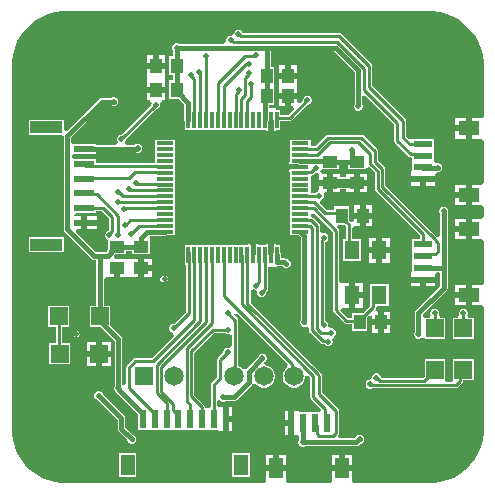
<source format=gbr>
%TF.GenerationSoftware,Altium Limited,Altium Designer,21.3.2 (30)*%
G04 Layer_Physical_Order=1*
G04 Layer_Color=255*
%FSLAX44Y44*%
%MOMM*%
%TF.SameCoordinates,DF9C5644-7730-4CB0-946D-AD2690A7FF42*%
%TF.FilePolarity,Positive*%
%TF.FileFunction,Copper,L1,Top,Signal*%
%TF.Part,Single*%
G01*
G75*
%TA.AperFunction,SMDPad,CuDef*%
%ADD10R,1.5000X1.5000*%
%ADD11R,1.3000X1.6000*%
%ADD12R,1.3000X1.0000*%
%ADD13R,0.3000X1.4750*%
%ADD14R,1.4750X0.3000*%
%ADD15R,1.5240X1.5240*%
%ADD16R,1.5000X1.5000*%
%ADD17R,2.7000X1.0000*%
%ADD18R,1.7000X0.6000*%
%ADD19R,1.2000X1.8000*%
%ADD20R,0.6000X1.5500*%
%ADD21R,0.6000X1.5500*%
%ADD22R,1.2000X1.8000*%
%ADD23R,1.8000X1.2000*%
%ADD24R,1.5500X0.6000*%
%ADD25R,1.0000X1.3000*%
%TA.AperFunction,Conductor*%
%ADD26C,0.2540*%
%ADD27C,0.3810*%
%ADD28C,0.7620*%
%TA.AperFunction,ComponentPad*%
%ADD29C,1.6500*%
%ADD30R,1.6500X1.6500*%
%TA.AperFunction,ViaPad*%
%ADD31C,5.9944*%
%ADD32C,0.5080*%
G36*
X924047Y960912D02*
X929836Y959361D01*
X935373Y957067D01*
X940563Y954070D01*
X945318Y950422D01*
X949556Y946184D01*
X953204Y941429D01*
X956201Y936239D01*
X958494Y930702D01*
X960046Y924913D01*
X960828Y918971D01*
Y915974D01*
Y873046D01*
X959610Y871010D01*
X958288Y871010D01*
X950610D01*
Y862470D01*
Y853930D01*
X958288D01*
X959610Y853930D01*
X960828Y851895D01*
Y817046D01*
X959610Y815010D01*
X958288Y815010D01*
X950610D01*
Y806470D01*
Y797930D01*
X958288D01*
X959610Y797930D01*
X960828Y795894D01*
Y787955D01*
X959610Y785920D01*
X958288Y785920D01*
X950610D01*
Y777380D01*
Y768840D01*
X958288D01*
X959610Y768840D01*
X960828Y766805D01*
Y731955D01*
X959610Y729920D01*
X958288Y729920D01*
X950610D01*
Y721380D01*
Y712840D01*
X958288D01*
X959610Y712840D01*
X960828Y710805D01*
Y607872D01*
Y604875D01*
X960046Y598933D01*
X958494Y593144D01*
X956201Y587607D01*
X953204Y582417D01*
X949556Y577662D01*
X945318Y573424D01*
X940563Y569776D01*
X935373Y566779D01*
X929836Y564485D01*
X924047Y562934D01*
X918105Y562152D01*
X851559D01*
X849420Y563120D01*
X849420Y564692D01*
Y572120D01*
X840880D01*
X832340D01*
Y564692D01*
X832340Y563120D01*
X830201Y562152D01*
X795559D01*
X793420Y563120D01*
X793420Y564692D01*
Y572120D01*
X784880D01*
X776340D01*
Y564692D01*
X776340Y563120D01*
X774201Y562152D01*
X604009D01*
X598067Y562934D01*
X592278Y564485D01*
X586741Y566779D01*
X581551Y569776D01*
X576796Y573424D01*
X572558Y577662D01*
X568910Y582417D01*
X565913Y587607D01*
X563619Y593144D01*
X562068Y598933D01*
X561286Y604875D01*
Y607872D01*
Y915974D01*
Y918971D01*
X562068Y924913D01*
X563619Y930702D01*
X565913Y936239D01*
X568910Y941429D01*
X572558Y946184D01*
X576796Y950422D01*
X581551Y954070D01*
X586741Y957067D01*
X592278Y959361D01*
X598067Y960912D01*
X604009Y961694D01*
X918105D01*
X924047Y960912D01*
D02*
G37*
%LPC*%
G36*
X753868Y946150D02*
X752352D01*
X750952Y945570D01*
X749880Y944498D01*
X749300Y943098D01*
X747754Y941245D01*
X746953Y941070D01*
X746092D01*
X744692Y940490D01*
X743620Y939418D01*
X743040Y938018D01*
Y936502D01*
X741266Y934147D01*
X703181D01*
X701798Y934720D01*
X700282D01*
X698882Y934140D01*
X697810Y933068D01*
X697230Y931668D01*
Y930152D01*
X697803Y928769D01*
Y923440D01*
X694770D01*
Y907900D01*
X697803D01*
Y903120D01*
X694770D01*
Y887580D01*
X702732D01*
X707455Y882857D01*
Y869902D01*
X707701Y868663D01*
X707922Y868333D01*
Y861257D01*
X776652D01*
Y859987D01*
X778152D01*
Y861256D01*
X778463D01*
Y868664D01*
X778801Y869171D01*
X778947Y869902D01*
X782921D01*
Y861256D01*
X783232D01*
Y859987D01*
X784732D01*
Y861257D01*
X788462D01*
Y869070D01*
X796730D01*
X797721Y869267D01*
X798561Y869829D01*
X811363Y882630D01*
X812268D01*
X813668Y883210D01*
X814740Y884282D01*
X815320Y885682D01*
Y887198D01*
X814740Y888598D01*
X813668Y889670D01*
X812268Y890250D01*
X810752D01*
X809352Y889670D01*
X808280Y888598D01*
X807700Y887198D01*
Y886292D01*
X805027Y883619D01*
X802680Y884591D01*
Y887630D01*
X797680D01*
Y881130D01*
X799219D01*
X800191Y878783D01*
X795657Y874250D01*
X788462D01*
Y878547D01*
X784732D01*
Y879817D01*
X779047D01*
Y882500D01*
X783510D01*
Y896620D01*
X783510Y898040D01*
X783510D01*
X783390Y899110D01*
X783390D01*
Y914650D01*
X780477D01*
Y927673D01*
X834319D01*
X851473Y910519D01*
Y883521D01*
X850900Y882138D01*
Y880622D01*
X851480Y879222D01*
X852552Y878150D01*
X853952Y877570D01*
X855468D01*
X856868Y878150D01*
X857940Y879222D01*
X858520Y880622D01*
Y882138D01*
X857947Y883521D01*
Y889938D01*
X860487Y890990D01*
X885140Y866337D01*
Y852170D01*
X885337Y851179D01*
X885899Y850339D01*
X897504Y838734D01*
X898344Y838172D01*
X899335Y837975D01*
X900300Y837010D01*
X900300Y834470D01*
X900300Y832660D01*
Y827024D01*
X899030Y825010D01*
X899030Y823186D01*
Y822010D01*
X909320D01*
X919610D01*
Y823435D01*
X921124Y825328D01*
X921947Y825500D01*
X922778D01*
X924178Y826080D01*
X925250Y827152D01*
X925830Y828552D01*
Y830068D01*
X925250Y831468D01*
X924178Y832540D01*
X922778Y833120D01*
X921262D01*
X920880Y832962D01*
X918340Y833740D01*
X918340Y836280D01*
Y843740D01*
X918340D01*
Y845200D01*
X918340D01*
Y853740D01*
X900300D01*
Y853740D01*
X897760Y853404D01*
X895400Y855764D01*
Y868680D01*
X895203Y869671D01*
X894641Y870511D01*
X866190Y898963D01*
Y915670D01*
X865993Y916661D01*
X865431Y917501D01*
X840031Y942901D01*
X839191Y943463D01*
X838200Y943660D01*
X756687D01*
X756340Y944498D01*
X755268Y945570D01*
X753868Y946150D01*
D02*
G37*
G36*
X690680Y924810D02*
X685680D01*
Y918310D01*
X690680D01*
Y924810D01*
D02*
G37*
G36*
X680600D02*
X675600D01*
Y918310D01*
X680600D01*
Y924810D01*
D02*
G37*
G36*
X802560Y915820D02*
X797560D01*
Y909320D01*
X802560D01*
Y915820D01*
D02*
G37*
G36*
X792480D02*
X787480D01*
Y909320D01*
X792480D01*
Y915820D01*
D02*
G37*
G36*
X690680Y913230D02*
X683140D01*
X675600D01*
Y907030D01*
X675600Y906730D01*
Y904490D01*
X675600Y904190D01*
Y897990D01*
X683140D01*
X690680D01*
Y904190D01*
X690680Y904490D01*
Y906730D01*
X690680Y907030D01*
Y913230D01*
D02*
G37*
G36*
X802560Y904240D02*
X795020D01*
X787480D01*
Y897740D01*
X787600D01*
Y892710D01*
X795140D01*
X802680D01*
Y899210D01*
X802560D01*
Y904240D01*
D02*
G37*
G36*
X690680Y892910D02*
X683140D01*
X675600D01*
Y886410D01*
X678154D01*
X678442Y886164D01*
X679641Y883870D01*
X679450Y883408D01*
Y882503D01*
X654197Y857250D01*
X653292D01*
X651892Y856670D01*
X650820Y855598D01*
X650240Y854198D01*
Y852682D01*
X650820Y851282D01*
X650865Y851237D01*
X649812Y848697D01*
X632320D01*
Y849370D01*
X614107D01*
X612780Y849370D01*
X611567Y851408D01*
Y854639D01*
X638881Y881953D01*
X645559D01*
X646942Y881380D01*
X648458D01*
X649858Y881960D01*
X650930Y883032D01*
X651510Y884432D01*
Y885948D01*
X650930Y887348D01*
X649858Y888420D01*
X648458Y889000D01*
X646942D01*
X645559Y888427D01*
X637540D01*
X636301Y888181D01*
X635251Y887479D01*
X607860Y860088D01*
X605320Y861140D01*
Y869870D01*
X575780D01*
Y857330D01*
X602771D01*
X605093Y855980D01*
X605093Y854790D01*
Y777240D01*
X605339Y776001D01*
X606041Y774951D01*
X628901Y752091D01*
X629951Y751389D01*
X631190Y751143D01*
X632753D01*
Y712350D01*
X627220D01*
Y694810D01*
X636372D01*
X648273Y682909D01*
Y644761D01*
X647700Y643378D01*
Y641862D01*
X648280Y640462D01*
X649352Y639390D01*
X649607Y639284D01*
X649707Y639135D01*
X668120Y620722D01*
Y607260D01*
X676660D01*
X676660Y607260D01*
X678120D01*
Y607260D01*
X679200Y607260D01*
X686660D01*
Y607260D01*
X688120D01*
Y607260D01*
X696660D01*
X696660Y607260D01*
X698120D01*
Y607260D01*
X699200Y607260D01*
X706660D01*
Y607260D01*
X708120D01*
Y607260D01*
X716660D01*
Y607260D01*
X718120D01*
Y607260D01*
X726660D01*
Y607260D01*
X728120D01*
Y607260D01*
X734836D01*
X736850Y605990D01*
X738674Y605990D01*
X739850D01*
Y616280D01*
Y626570D01*
X736850D01*
X734830Y627825D01*
Y631879D01*
X736490Y632559D01*
X737370Y632652D01*
X738252Y631770D01*
X739652Y631190D01*
X741168D01*
X742551Y631763D01*
X749300D01*
X750539Y632009D01*
X751589Y632711D01*
X764289Y645411D01*
X764612Y645894D01*
X765633Y646225D01*
X766583Y646323D01*
X767537Y646240D01*
X768855Y644922D01*
X771025Y643669D01*
X773447Y643020D01*
X775953D01*
X778375Y643669D01*
X780545Y644922D01*
X782318Y646695D01*
X783571Y648865D01*
X784220Y651287D01*
Y653793D01*
X783571Y656215D01*
X782318Y658385D01*
X780545Y660158D01*
X778375Y661411D01*
X775953Y662060D01*
X775640D01*
X775632Y662072D01*
X775129Y664600D01*
X775588Y664790D01*
X776660Y665862D01*
X777240Y667262D01*
Y668778D01*
X776660Y670178D01*
X775588Y671250D01*
X774188Y671830D01*
X772672D01*
X771272Y671250D01*
X770200Y670178D01*
X769627Y668795D01*
X759711Y658879D01*
X759633Y658763D01*
X757812Y658510D01*
X756883Y658540D01*
X756703Y658601D01*
X755145Y660158D01*
X753160Y661304D01*
Y699770D01*
X752963Y700761D01*
X752401Y701601D01*
X749551Y704451D01*
X749452Y705064D01*
X750579Y705815D01*
X752132Y705976D01*
X794738Y663370D01*
X794337Y660205D01*
X794255Y660158D01*
X792482Y658385D01*
X791229Y656215D01*
X790580Y653793D01*
Y651287D01*
X791229Y648865D01*
X792482Y646695D01*
X794255Y644922D01*
X796425Y643669D01*
X798847Y643020D01*
X801353D01*
X803775Y643669D01*
X805945Y644922D01*
X807718Y646695D01*
X808971Y648865D01*
X809620Y651287D01*
Y652515D01*
X812160Y653568D01*
X814020Y651707D01*
Y635000D01*
X814217Y634009D01*
X814779Y633169D01*
X823163Y624785D01*
X823230Y624430D01*
X821568Y622430D01*
X813610D01*
Y622430D01*
X812150D01*
Y622430D01*
X805434D01*
X803420Y623700D01*
X801596Y623700D01*
X800420D01*
Y613410D01*
Y603120D01*
X803420D01*
X804563Y601053D01*
Y599131D01*
X804490Y599058D01*
X803910Y597658D01*
Y596142D01*
X804490Y594742D01*
X805562Y593670D01*
X806962Y593090D01*
X808478D01*
X809861Y593663D01*
X852753D01*
X853991Y593909D01*
X855042Y594611D01*
X856061Y595630D01*
X856738D01*
X858138Y596210D01*
X859210Y597282D01*
X859790Y598682D01*
Y600198D01*
X859210Y601598D01*
X858138Y602670D01*
X856738Y603250D01*
X855222D01*
X853822Y602670D01*
X852750Y601598D01*
X852663Y601389D01*
X851412Y600137D01*
X838532D01*
X837480Y602677D01*
X837491Y602689D01*
X838053Y603529D01*
X838250Y604520D01*
Y623570D01*
X838053Y624561D01*
X837491Y625401D01*
X824280Y638613D01*
Y652780D01*
X824083Y653771D01*
X823521Y654611D01*
X822820Y655313D01*
X822813Y655349D01*
X822251Y656189D01*
X763400Y715041D01*
Y725534D01*
X765940Y726586D01*
X766252Y726274D01*
X767652Y725694D01*
X769010Y724048D01*
Y722532D01*
X769590Y721132D01*
X770662Y720060D01*
X772062Y719480D01*
X773578D01*
X774978Y720060D01*
X776050Y721132D01*
X776630Y722532D01*
Y723938D01*
X777547Y724855D01*
X778109Y725695D01*
X778306Y726686D01*
Y745227D01*
X784732D01*
Y745227D01*
X786040Y746308D01*
X790207D01*
X790433Y746081D01*
X790520Y745872D01*
X791592Y744800D01*
X792992Y744220D01*
X794508D01*
X795908Y744800D01*
X796980Y745872D01*
X797560Y747272D01*
Y748788D01*
X796980Y750188D01*
X795908Y751260D01*
X794508Y751840D01*
X793828D01*
X792786Y752536D01*
X791548Y752782D01*
X789047D01*
Y755650D01*
X788801Y756889D01*
X788462Y757396D01*
Y763787D01*
X784732D01*
Y765057D01*
X783232D01*
Y763788D01*
X782922D01*
Y757043D01*
X782819Y756889D01*
X782572Y755650D01*
Y755142D01*
X778463D01*
Y763788D01*
X778152D01*
Y765057D01*
X776652D01*
Y763787D01*
X769732D01*
Y765057D01*
X768232D01*
Y763788D01*
X767922D01*
Y755142D01*
X763463D01*
Y763788D01*
X763152D01*
Y765057D01*
X761652D01*
Y763787D01*
X707922D01*
Y746497D01*
X708610D01*
Y707193D01*
X698648Y697230D01*
X697742D01*
X696342Y696650D01*
X695270Y695578D01*
X694690Y694178D01*
Y692662D01*
X695270Y691262D01*
X696342Y690190D01*
X697742Y689610D01*
X698648Y687070D01*
X679647Y668070D01*
X665948D01*
X664957Y667873D01*
X664117Y667311D01*
X658551Y661745D01*
X657990Y660905D01*
X657792Y659914D01*
Y646306D01*
X657616Y646052D01*
X655252Y645148D01*
X654747Y645712D01*
Y684250D01*
X654501Y685489D01*
X653799Y686539D01*
X644760Y695578D01*
Y712350D01*
X639227D01*
Y735311D01*
X641200Y736680D01*
X647700D01*
Y744220D01*
X652780D01*
Y736680D01*
X658980D01*
X659280Y736680D01*
X661520D01*
X661820Y736680D01*
X668020D01*
Y744220D01*
Y751760D01*
X661820D01*
X661520Y751760D01*
X659280D01*
X658980Y751760D01*
X648809D01*
X647705Y754116D01*
X648867Y755850D01*
X658110D01*
Y758883D01*
X662890D01*
Y755850D01*
X678430D01*
Y768390D01*
X678430D01*
X678009Y770930D01*
X678593Y771717D01*
X690744D01*
X691983Y771963D01*
X692415Y772252D01*
X699457D01*
Y782252D01*
Y792252D01*
Y802252D01*
Y812252D01*
Y822252D01*
Y832252D01*
Y842252D01*
Y852792D01*
X682167D01*
Y842252D01*
Y833120D01*
X632320D01*
Y836870D01*
X612987D01*
X611838Y838850D01*
X612987Y840830D01*
X614107Y840830D01*
X632320D01*
Y842223D01*
X666748D01*
X667262Y842010D01*
X668778D01*
X670178Y842590D01*
X671250Y843662D01*
X671830Y845062D01*
Y846578D01*
X671250Y847978D01*
X670178Y849050D01*
X668778Y849630D01*
X667262D01*
X665862Y849050D01*
X665509Y848697D01*
X658288D01*
X657235Y851237D01*
X657280Y851282D01*
X657860Y852682D01*
Y853587D01*
X683112Y878840D01*
X684018D01*
X685418Y879420D01*
X686490Y880492D01*
X687070Y881892D01*
Y883408D01*
X686879Y883870D01*
X688078Y886164D01*
X688366Y886410D01*
X690680D01*
Y892910D01*
D02*
G37*
G36*
X792600Y887630D02*
X787600D01*
Y881130D01*
X792600D01*
Y887630D01*
D02*
G37*
G36*
X945530Y871010D02*
X936530D01*
Y865010D01*
X945530D01*
Y871010D01*
D02*
G37*
G36*
Y859930D02*
X936530D01*
Y853930D01*
X945530D01*
Y859930D01*
D02*
G37*
G36*
X857250Y857300D02*
X829002D01*
X828011Y857103D01*
X827171Y856541D01*
X818277Y847648D01*
X814217D01*
Y852792D01*
X796927D01*
Y842252D01*
Y834062D01*
X795657D01*
Y832562D01*
X796926D01*
Y832252D01*
X804003D01*
X804333Y832031D01*
X805572Y831784D01*
Y827793D01*
X796926D01*
Y827482D01*
X795657D01*
Y825982D01*
X796927D01*
Y812252D01*
Y802252D01*
Y792252D01*
Y782252D01*
Y772252D01*
X803764D01*
X805753Y770263D01*
Y700641D01*
X805180Y699258D01*
Y697742D01*
X805760Y696342D01*
X806832Y695270D01*
X808232Y694690D01*
X809748D01*
X810475Y694991D01*
X812424Y694092D01*
X813015Y693545D01*
Y691487D01*
X813212Y690496D01*
X813774Y689655D01*
X822699Y680730D01*
X823539Y680169D01*
X824530Y679971D01*
X825882D01*
X825905Y679917D01*
X826976Y678845D01*
X828377Y678265D01*
X829892D01*
X831293Y678845D01*
X832365Y679917D01*
X832944Y681317D01*
Y682833D01*
X832744Y683316D01*
X832671Y684659D01*
X833868Y686322D01*
X834008Y686380D01*
X835080Y687452D01*
X835660Y688852D01*
Y690368D01*
X835080Y691768D01*
X834008Y692840D01*
X832608Y693420D01*
X831321D01*
X830255Y694365D01*
X829310Y695431D01*
Y696718D01*
X828730Y698118D01*
X827658Y699190D01*
X826566Y699642D01*
Y766283D01*
X827769Y766781D01*
X828841Y767853D01*
X829421Y769253D01*
Y770769D01*
X828841Y772169D01*
X827769Y773241D01*
X826369Y773821D01*
X824854D01*
X824545Y773693D01*
X822094Y775062D01*
X822005Y775181D01*
Y780277D01*
X821808Y781268D01*
X821246Y782108D01*
X816544Y786811D01*
X815704Y787372D01*
X814713Y787569D01*
X814217D01*
Y790158D01*
X816757Y791210D01*
X833070Y774897D01*
Y708660D01*
X833267Y707669D01*
X833829Y706829D01*
X842719Y697939D01*
X843559Y697377D01*
X844550Y697180D01*
X849710D01*
Y690730D01*
X862250D01*
Y702607D01*
X863993Y704351D01*
X866340Y703379D01*
Y700940D01*
X871340D01*
Y707440D01*
X870274D01*
X869540Y709757D01*
X870719Y712140D01*
X880330D01*
Y730680D01*
X864790D01*
Y716430D01*
X864740Y716180D01*
Y712423D01*
X858587Y706270D01*
X849710D01*
Y702360D01*
X845623D01*
X839039Y708943D01*
X840705Y710870D01*
X847020D01*
Y721410D01*
Y731950D01*
X840790D01*
X840520Y731950D01*
X838250Y732601D01*
Y775970D01*
X838053Y776961D01*
X837491Y777801D01*
X836833Y778460D01*
X837885Y781000D01*
X843457D01*
X844310Y780147D01*
Y768680D01*
X841790D01*
Y750140D01*
X857330D01*
Y768680D01*
X849490D01*
Y777707D01*
X850980Y779630D01*
X852030Y779630D01*
X855980D01*
Y786130D01*
X850980D01*
Y784310D01*
X848783Y783430D01*
X846890Y785143D01*
Y796540D01*
X834350D01*
Y793800D01*
X827268D01*
X822063Y799005D01*
X822136Y799891D01*
X822868Y801792D01*
X823673Y802125D01*
X824745Y803197D01*
X825325Y804597D01*
Y806113D01*
X825202Y806410D01*
X826582Y808870D01*
X826690Y808950D01*
X827940D01*
Y813950D01*
X821440D01*
Y811457D01*
X820757Y809165D01*
X819357Y808585D01*
X818288Y807516D01*
X814217D01*
Y812252D01*
Y822633D01*
X814555D01*
X815546Y822830D01*
X816386Y823391D01*
X817607Y824612D01*
X820429Y824395D01*
X820442Y824393D01*
X821440Y823250D01*
X821440Y822130D01*
Y822130D01*
X821440Y822061D01*
Y819030D01*
X827940D01*
Y824030D01*
X823657D01*
X823653Y824030D01*
X823653D01*
X823520D01*
X822420Y826405D01*
X823565Y828120D01*
X838350D01*
Y831153D01*
X845670D01*
Y828120D01*
X861210D01*
Y829264D01*
X863750Y830269D01*
X868630Y825389D01*
Y811530D01*
X868827Y810539D01*
X869389Y809699D01*
X906730Y772357D01*
Y768650D01*
X900300D01*
Y760110D01*
X900300Y760110D01*
Y758650D01*
X900300D01*
X900300Y757570D01*
Y750110D01*
X900300D01*
Y748650D01*
X900300D01*
Y741934D01*
X899030Y739920D01*
X899030Y738096D01*
Y736920D01*
X909320D01*
X919610D01*
Y739317D01*
X921779Y740815D01*
X923863Y740197D01*
Y729051D01*
X903221Y708409D01*
X902519Y707359D01*
X902273Y706120D01*
Y690481D01*
X901700Y689098D01*
Y687582D01*
X902280Y686182D01*
X903352Y685110D01*
X904752Y684530D01*
X906268D01*
X907668Y685110D01*
X908170Y685612D01*
X910710Y684806D01*
Y684370D01*
X928250D01*
Y701910D01*
X924250D01*
X923631Y702735D01*
X922912Y704450D01*
X923290Y705362D01*
Y706878D01*
X922710Y708278D01*
X921638Y709350D01*
X920238Y709930D01*
X918722D01*
X917322Y709350D01*
X916250Y708278D01*
X915670Y706878D01*
Y705362D01*
X916048Y704450D01*
X915329Y702735D01*
X914710Y701910D01*
X911287D01*
X910710Y701910D01*
X909694Y702631D01*
X909505Y705537D01*
X929389Y725421D01*
X930091Y726471D01*
X930337Y727710D01*
Y744220D01*
Y790339D01*
X930910Y791722D01*
Y793238D01*
X930330Y794638D01*
X929258Y795710D01*
X927858Y796290D01*
X926342D01*
X924942Y795710D01*
X923870Y794638D01*
X923290Y793238D01*
Y791722D01*
X923863Y790339D01*
Y771307D01*
X921829Y770511D01*
X921323Y770478D01*
X877620Y814181D01*
Y828040D01*
X877423Y829031D01*
X876861Y829871D01*
X871270Y835463D01*
Y843280D01*
X871073Y844271D01*
X870511Y845111D01*
X859081Y856541D01*
X858241Y857103D01*
X857250Y857300D01*
D02*
G37*
G36*
X862380Y824030D02*
X855880D01*
Y819030D01*
X862380D01*
Y824030D01*
D02*
G37*
G36*
X919610Y816930D02*
X911860D01*
Y813930D01*
X919610D01*
Y816930D01*
D02*
G37*
G36*
X906780D02*
X899030D01*
Y813930D01*
X906780D01*
Y816930D01*
D02*
G37*
G36*
X945530Y815010D02*
X936530D01*
Y809010D01*
X945530D01*
Y815010D01*
D02*
G37*
G36*
X862380Y813950D02*
X855880D01*
Y808950D01*
X862380D01*
Y813950D01*
D02*
G37*
G36*
X833020Y824030D02*
Y816490D01*
Y808950D01*
X839520D01*
Y811431D01*
X844300D01*
Y808950D01*
X850800D01*
Y816490D01*
Y824030D01*
X844300D01*
Y821789D01*
X839520D01*
Y824030D01*
X833020D01*
D02*
G37*
G36*
X945530Y803930D02*
X936530D01*
Y797930D01*
X945530D01*
Y803930D01*
D02*
G37*
G36*
X866060Y797710D02*
X861060D01*
Y791210D01*
X866060D01*
Y797710D01*
D02*
G37*
G36*
X855980D02*
X850980D01*
Y791210D01*
X855980D01*
Y797710D01*
D02*
G37*
G36*
X945530Y785920D02*
X936530D01*
Y779920D01*
X945530D01*
Y785920D01*
D02*
G37*
G36*
X866060Y786130D02*
X861060D01*
Y779630D01*
X866060D01*
Y786130D01*
D02*
G37*
G36*
X945530Y774840D02*
X936530D01*
Y768840D01*
X945530D01*
Y774840D01*
D02*
G37*
G36*
X881600Y769950D02*
X875100D01*
Y761950D01*
X881600D01*
Y769950D01*
D02*
G37*
G36*
X870020D02*
X863520D01*
Y761950D01*
X870020D01*
Y769950D01*
D02*
G37*
G36*
X605320Y770370D02*
X575780D01*
Y757830D01*
X605320D01*
Y770370D01*
D02*
G37*
G36*
X881600Y756870D02*
X875100D01*
Y748870D01*
X881600D01*
Y756870D01*
D02*
G37*
G36*
X870020D02*
X863520D01*
Y748870D01*
X870020D01*
Y756870D01*
D02*
G37*
G36*
X673100Y751760D02*
Y746760D01*
X679600D01*
Y751760D01*
X673100D01*
D02*
G37*
G36*
X679600Y741680D02*
X673100D01*
Y736680D01*
X679600D01*
Y741680D01*
D02*
G37*
G36*
X690880Y737920D02*
X689889Y737723D01*
X689457Y737434D01*
X689124D01*
X688133Y737237D01*
X687293Y736675D01*
X686731Y735835D01*
X686534Y734844D01*
X686731Y733853D01*
X687293Y733013D01*
X688133Y732451D01*
X689124Y732254D01*
X690394D01*
X691385Y732451D01*
X692225Y733013D01*
X692711Y733499D01*
X693273Y734339D01*
X693470Y735330D01*
X693273Y736321D01*
X692711Y737161D01*
X691871Y737723D01*
X690880Y737920D01*
D02*
G37*
G36*
X919610Y731840D02*
X911860D01*
Y728840D01*
X919610D01*
Y731840D01*
D02*
G37*
G36*
X906780D02*
X899030D01*
Y728840D01*
X906780D01*
Y731840D01*
D02*
G37*
G36*
X852100Y731950D02*
Y723950D01*
X858600D01*
Y731950D01*
X852100D01*
D02*
G37*
G36*
X945530Y729920D02*
X936530D01*
Y723920D01*
X945530D01*
Y729920D01*
D02*
G37*
G36*
Y718840D02*
X936530D01*
Y712840D01*
X945530D01*
Y718840D01*
D02*
G37*
G36*
X858600Y718870D02*
X852100D01*
Y710870D01*
X858600D01*
Y718870D01*
D02*
G37*
G36*
X881420Y707440D02*
X876420D01*
Y700940D01*
X881420D01*
Y707440D01*
D02*
G37*
G36*
Y695860D02*
X876420D01*
Y689360D01*
X881420D01*
Y695860D01*
D02*
G37*
G36*
X871340D02*
X866340D01*
Y689360D01*
X871340D01*
Y695860D01*
D02*
G37*
G36*
X616168Y690930D02*
X615950D01*
X614959Y690733D01*
X614119Y690171D01*
X613557Y689331D01*
X613360Y688340D01*
X613557Y687349D01*
X614119Y686509D01*
X614959Y685947D01*
X615950Y685750D01*
X616168D01*
X617159Y685947D01*
X617999Y686509D01*
X618560Y687349D01*
X618758Y688340D01*
X618560Y689331D01*
X617999Y690171D01*
X617159Y690733D01*
X616168Y690930D01*
D02*
G37*
G36*
X944368Y709930D02*
X942852D01*
X941452Y709350D01*
X940380Y708278D01*
X939800Y706878D01*
Y705362D01*
X940178Y704450D01*
X939459Y702735D01*
X938840Y701910D01*
X934840D01*
Y684370D01*
X952380D01*
Y701910D01*
X948380D01*
X947761Y702735D01*
X947042Y704450D01*
X947420Y705362D01*
Y706878D01*
X946840Y708278D01*
X945768Y709350D01*
X944368Y709930D01*
D02*
G37*
G36*
X645160Y681990D02*
X637540D01*
Y674370D01*
X645160D01*
Y681990D01*
D02*
G37*
G36*
X632460D02*
X624840D01*
Y674370D01*
X632460D01*
Y681990D01*
D02*
G37*
G36*
X609760Y712350D02*
X592220D01*
Y694810D01*
X598400D01*
Y680720D01*
X593090D01*
Y662940D01*
X610870D01*
Y680720D01*
X603580D01*
Y694810D01*
X609760D01*
Y712350D01*
D02*
G37*
G36*
X645160Y669290D02*
X637540D01*
Y661670D01*
X645160D01*
Y669290D01*
D02*
G37*
G36*
X632460D02*
X624840D01*
Y661670D01*
X632460D01*
Y669290D01*
D02*
G37*
G36*
X952380Y666910D02*
X934840D01*
Y649370D01*
X932971Y647750D01*
X930119D01*
X928250Y649370D01*
Y666910D01*
X910710D01*
Y653033D01*
X909237Y651560D01*
X874250D01*
X873760Y652050D01*
Y652268D01*
X873180Y653668D01*
X872108Y654740D01*
X870708Y655320D01*
X869192D01*
X867792Y654740D01*
X866720Y653668D01*
X866140Y652268D01*
X865533Y650539D01*
X863804Y649932D01*
X862404Y649352D01*
X861332Y648280D01*
X860752Y646880D01*
Y645364D01*
X861332Y643964D01*
X862404Y642892D01*
X863804Y642312D01*
X865320D01*
X866390Y642755D01*
X867320Y642570D01*
X937260D01*
X938251Y642767D01*
X939091Y643329D01*
X942901Y647139D01*
X943463Y647979D01*
X943660Y648970D01*
Y649370D01*
X952380D01*
Y666910D01*
D02*
G37*
G36*
X744930Y626570D02*
Y618820D01*
X747930D01*
Y626570D01*
X744930D01*
D02*
G37*
G36*
X795340Y623700D02*
X792340D01*
Y615950D01*
X795340D01*
Y623700D01*
D02*
G37*
G36*
X747930Y613740D02*
X744930D01*
Y605990D01*
X747930D01*
Y613740D01*
D02*
G37*
G36*
X795340Y610870D02*
X792340D01*
Y603120D01*
X795340D01*
Y610870D01*
D02*
G37*
G36*
X635758Y640080D02*
X634242D01*
X632842Y639500D01*
X631770Y638428D01*
X631190Y637028D01*
Y635512D01*
X631770Y634112D01*
X632842Y633040D01*
X634225Y632467D01*
X650813Y615879D01*
Y608330D01*
X651059Y607091D01*
X651761Y606041D01*
X659137Y598665D01*
X659710Y597282D01*
X660782Y596210D01*
X662182Y595630D01*
X663698D01*
X665098Y596210D01*
X666170Y597282D01*
X666750Y598682D01*
Y600198D01*
X666170Y601598D01*
X665098Y602670D01*
X663715Y603243D01*
X657287Y609671D01*
Y617220D01*
X657041Y618459D01*
X656339Y619509D01*
X638803Y637045D01*
X638230Y638428D01*
X637158Y639500D01*
X635758Y640080D01*
D02*
G37*
G36*
X849420Y586200D02*
X843420D01*
Y577200D01*
X849420D01*
Y586200D01*
D02*
G37*
G36*
X793420D02*
X787420D01*
Y577200D01*
X793420D01*
Y586200D01*
D02*
G37*
G36*
X838340D02*
X832340D01*
Y577200D01*
X838340D01*
Y586200D01*
D02*
G37*
G36*
X782340D02*
X776340D01*
Y577200D01*
X782340D01*
Y586200D01*
D02*
G37*
G36*
X762660Y587790D02*
X748120D01*
Y567250D01*
X762660D01*
Y587790D01*
D02*
G37*
G36*
X666660D02*
X652120D01*
Y567250D01*
X666660D01*
Y587790D01*
D02*
G37*
%LPD*%
G36*
X643840Y786327D02*
Y777257D01*
X643374Y776791D01*
X642812Y775951D01*
X642793Y775850D01*
X641778Y775430D01*
X640706Y774358D01*
X640126Y772958D01*
Y771442D01*
X640706Y770042D01*
X641388Y769360D01*
X642570Y767195D01*
X642570Y767195D01*
Y760303D01*
X642119Y759629D01*
X641873Y758390D01*
Y758231D01*
X641259Y757617D01*
X632531D01*
X615435Y774713D01*
X616407Y777060D01*
X620010D01*
Y782600D01*
Y788140D01*
X614135D01*
X614049Y788290D01*
X615527Y790830D01*
X632320D01*
Y792510D01*
X637657D01*
X643840Y786327D01*
D02*
G37*
G36*
X742062Y688920D02*
X743462Y688340D01*
X744978D01*
X745440Y688531D01*
X747734Y687332D01*
X747980Y687044D01*
Y678206D01*
X747734Y677918D01*
X745440Y676719D01*
X744978Y676910D01*
X743462D01*
X742062Y676330D01*
X740990Y675258D01*
X740410Y673858D01*
Y672952D01*
X736039Y668581D01*
X735477Y667741D01*
X735280Y666750D01*
Y652323D01*
X730409Y647452D01*
X729847Y646612D01*
X729650Y645621D01*
Y627206D01*
X728428Y625684D01*
X725890Y626036D01*
X724841Y627040D01*
X724781Y627343D01*
X724219Y628183D01*
X723191Y629211D01*
X723191Y629211D01*
X715700Y636703D01*
Y672667D01*
X732593Y689560D01*
X741422D01*
X742062Y688920D01*
D02*
G37*
%LPC*%
G36*
X633590Y788140D02*
X625090D01*
Y785140D01*
X633590D01*
Y788140D01*
D02*
G37*
G36*
Y780060D02*
X625090D01*
Y777060D01*
X633590D01*
Y780060D01*
D02*
G37*
%LPD*%
D10*
X943610Y693140D02*
D03*
Y658140D02*
D03*
X919480Y693140D02*
D03*
Y658140D02*
D03*
D11*
X849560Y721410D02*
D03*
Y759410D02*
D03*
X872560D02*
D03*
Y721410D02*
D03*
D12*
X853340Y816490D02*
D03*
X853440Y834390D02*
D03*
X830580D02*
D03*
X830480Y816490D02*
D03*
X650340Y762120D02*
D03*
X650240Y744220D02*
D03*
X670660Y762120D02*
D03*
X670560Y744220D02*
D03*
D13*
X785692Y755142D02*
D03*
X780692D02*
D03*
X775692D02*
D03*
X770692D02*
D03*
X765692D02*
D03*
X760692D02*
D03*
X755692D02*
D03*
X750692D02*
D03*
X745692D02*
D03*
X740692D02*
D03*
X735692D02*
D03*
X730692D02*
D03*
X725692D02*
D03*
X720692D02*
D03*
X715692D02*
D03*
X710692D02*
D03*
Y869902D02*
D03*
X715692D02*
D03*
X720692D02*
D03*
X725692D02*
D03*
X730692D02*
D03*
X735692D02*
D03*
X740692D02*
D03*
X745692D02*
D03*
X750692D02*
D03*
X755692D02*
D03*
X760692D02*
D03*
X765692D02*
D03*
X770692D02*
D03*
X775692D02*
D03*
X780692D02*
D03*
X785692D02*
D03*
D14*
X690812Y775022D02*
D03*
Y780022D02*
D03*
Y785022D02*
D03*
Y790022D02*
D03*
Y795022D02*
D03*
Y800022D02*
D03*
Y805022D02*
D03*
Y810022D02*
D03*
Y815022D02*
D03*
Y820022D02*
D03*
Y825022D02*
D03*
Y830022D02*
D03*
Y835022D02*
D03*
Y840022D02*
D03*
Y845022D02*
D03*
Y850022D02*
D03*
X805572D02*
D03*
Y845022D02*
D03*
Y840022D02*
D03*
Y835022D02*
D03*
Y830022D02*
D03*
Y825022D02*
D03*
Y820022D02*
D03*
Y815022D02*
D03*
Y810022D02*
D03*
Y805022D02*
D03*
Y800022D02*
D03*
Y795022D02*
D03*
Y790022D02*
D03*
Y785022D02*
D03*
Y780022D02*
D03*
Y775022D02*
D03*
D15*
X601980Y671830D02*
D03*
X635000D02*
D03*
D16*
X635990Y703580D02*
D03*
X600990D02*
D03*
D17*
X590550Y863600D02*
D03*
Y764100D02*
D03*
D18*
X622550Y845100D02*
D03*
Y832600D02*
D03*
Y820100D02*
D03*
Y807600D02*
D03*
Y795100D02*
D03*
Y782600D02*
D03*
D19*
X840880Y574660D02*
D03*
X784880D02*
D03*
D20*
X797880Y613410D02*
D03*
X807880D02*
D03*
X817880D02*
D03*
X827880D02*
D03*
D21*
X672390Y616280D02*
D03*
X682390D02*
D03*
X692390D02*
D03*
X702390D02*
D03*
X712390D02*
D03*
X722390D02*
D03*
X732390D02*
D03*
X742390D02*
D03*
D22*
X659390Y577520D02*
D03*
X755390D02*
D03*
D23*
X948070Y777380D02*
D03*
Y721380D02*
D03*
Y862470D02*
D03*
Y806470D02*
D03*
D24*
X909320Y734380D02*
D03*
Y744380D02*
D03*
Y754380D02*
D03*
Y764380D02*
D03*
Y819470D02*
D03*
Y829470D02*
D03*
Y839470D02*
D03*
Y849470D02*
D03*
D25*
X855980Y698500D02*
D03*
X873880Y698400D02*
D03*
X840620Y788770D02*
D03*
X858520Y788670D02*
D03*
X701040Y915670D02*
D03*
X683140Y915770D02*
D03*
X701040Y895350D02*
D03*
X683140Y895450D02*
D03*
X777120Y906880D02*
D03*
X795020Y906780D02*
D03*
X777240Y890270D02*
D03*
X795140Y890170D02*
D03*
D26*
X715692Y869902D02*
Y904320D01*
X712724Y907288D02*
X715692Y904320D01*
X712724Y907288D02*
Y907542D01*
X764032Y889326D02*
Y900176D01*
X760730Y886024D02*
X764032Y889326D01*
X762000Y908379D02*
Y909066D01*
X758444Y904823D02*
X762000Y908379D01*
X758444Y890524D02*
Y904823D01*
X762022Y916962D02*
X762508Y917448D01*
X759482Y916962D02*
X762022D01*
X740692Y898172D02*
X759482Y916962D01*
X755650Y887730D02*
X758444Y890524D01*
X662432Y773176D02*
X669278Y780022D01*
X690812D01*
X661757Y785022D02*
X690812D01*
X657098Y781050D02*
X657785D01*
X661757Y785022D01*
X772820Y723791D02*
X775716Y726686D01*
Y757127D01*
X770636Y732418D02*
Y757190D01*
X768410Y730192D02*
X770636Y732418D01*
X815605Y691487D02*
X824530Y682561D01*
X815605Y691487D02*
Y778547D01*
X819415Y693065D02*
Y780277D01*
Y693065D02*
X822870Y689610D01*
X823976Y767689D02*
X825611Y769324D01*
X823976Y698171D02*
Y767689D01*
Y698171D02*
X825500Y696647D01*
X805572Y785022D02*
X805615Y784979D01*
X814713D02*
X819415Y780277D01*
X805615Y784979D02*
X814713D01*
X805802Y794792D02*
X812881D01*
X812907Y794766D01*
X816864D02*
X835660Y775970D01*
X812907Y794766D02*
X816864D01*
X805572Y795022D02*
X805802Y794792D01*
X817305Y800100D02*
X826195Y791210D01*
X805572Y800022D02*
X805650Y800100D01*
X817305D01*
X805572Y805022D02*
X805668Y804926D01*
X821086D02*
X821515Y805355D01*
X805668Y804926D02*
X821086D01*
X818411Y829079D02*
X818919D01*
X814555Y825223D02*
X818411Y829079D01*
X805572Y825022D02*
X805773Y825223D01*
X814555D01*
X805572Y840022D02*
X805616Y839978D01*
X819658D02*
X830580Y850900D01*
X805616Y839978D02*
X819658D01*
X819350Y845058D02*
X829002Y854710D01*
X805572Y845022D02*
X805608Y845058D01*
X819350D01*
X760730Y871309D02*
Y886024D01*
X753364Y894409D02*
Y895096D01*
X750692Y869902D02*
Y891737D01*
X753364Y894409D01*
X755650Y871964D02*
Y887730D01*
X740692Y869902D02*
Y898172D01*
X735692Y869902D02*
Y900792D01*
X725424Y924052D02*
X725692Y923784D01*
Y869902D02*
Y923784D01*
X720462Y870132D02*
X720692Y869902D01*
X720090Y910590D02*
X720462Y910218D01*
Y870132D02*
Y910218D01*
X772820Y723290D02*
Y723791D01*
X768410Y729504D02*
Y730192D01*
X698500Y693420D02*
X711200Y706120D01*
Y757481D01*
X787060Y871660D02*
X796730D01*
X811510Y886440D01*
X822870Y689610D02*
X831850D01*
X805920Y780300D02*
X813852D01*
X824530Y682561D02*
X828649D01*
X829135Y682075D01*
X813852Y780300D02*
X815605Y778547D01*
X631268Y830530D02*
X690930D01*
X630928Y830870D02*
X631268Y830530D01*
X660400Y820420D02*
X665480Y825500D01*
X690900D02*
X690930Y825530D01*
X665480Y825500D02*
X690900D01*
X622550Y832600D02*
X624280Y830870D01*
X630928D01*
X622870Y820420D02*
X660400D01*
X622550Y820100D02*
X622870Y820420D01*
X651510Y808990D02*
X652197D01*
X655657Y805530D01*
X690930D01*
X666750Y816610D02*
X667437D01*
X668517Y815530D01*
X690930D01*
X660468Y810530D02*
X690930D01*
X660114Y810883D02*
X660468Y810530D01*
X651333Y800570D02*
X651353Y800550D01*
X690910D01*
X690930Y800530D01*
X864870Y832812D02*
X871220Y826462D01*
Y811530D02*
Y826462D01*
X864870Y832812D02*
Y840740D01*
X868680Y834390D02*
Y843280D01*
X875030Y813108D02*
Y828040D01*
X868680Y834390D02*
X875030Y828040D01*
X857250Y854710D02*
X868680Y843280D01*
X829002Y854710D02*
X857250D01*
X854710Y850900D02*
X864870Y840740D01*
X830580Y850900D02*
X854710D01*
X853220Y816610D02*
X853340Y816490D01*
X830480D02*
X830600Y816610D01*
X871220Y811530D02*
X909320Y773430D01*
Y764380D02*
Y773430D01*
X919610Y768220D02*
Y768528D01*
X875030Y813108D02*
X919610Y768528D01*
Y768220D02*
X922020Y765810D01*
Y758190D02*
Y765810D01*
X819599Y604071D02*
X821690Y601980D01*
X833120D02*
X835660Y604520D01*
X821690Y601980D02*
X833120D01*
X767864Y924074D02*
X768350Y924560D01*
X758974Y924074D02*
X767864D01*
X735692Y900792D02*
X758974Y924074D01*
X646430Y776184D02*
Y787400D01*
X645205Y774960D02*
X646430Y776184D01*
X643936Y772200D02*
Y772887D01*
X645205Y774156D01*
X638730Y795100D02*
X646430Y787400D01*
X645205Y774156D02*
Y774960D01*
X622550Y795100D02*
X638730D01*
X651555Y772329D02*
Y788625D01*
X633372Y806808D02*
X651555Y788625D01*
X622550Y807600D02*
X623342Y806808D01*
X633372D01*
X658627Y795530D02*
X690930D01*
X656590Y794180D02*
X657277D01*
X658627Y795530D01*
X680720Y665480D02*
X715810Y700570D01*
X665948Y665480D02*
X680720D01*
X660382Y659914D02*
X665948Y665480D01*
X660382Y643038D02*
X682390Y621030D01*
X660382Y643038D02*
Y659914D01*
X715810Y700570D02*
Y755650D01*
X615950Y688340D02*
X616168D01*
X689124Y734844D02*
X690394D01*
X690880Y735330D01*
X713110Y635630D02*
Y673740D01*
X731520Y692150D02*
X744220D01*
X713110Y673740D02*
X731520Y692150D01*
X709290Y652540D02*
Y676270D01*
X730810Y697790D02*
Y755650D01*
X709290Y676270D02*
X730810Y697790D01*
X760810Y713968D02*
X820420Y654358D01*
X821690Y637540D02*
Y652780D01*
X760810Y713968D02*
Y755650D01*
X820420Y654050D02*
X821690Y652780D01*
X820420Y654050D02*
Y654358D01*
X755810Y713580D02*
Y755650D01*
X816610Y635000D02*
Y652780D01*
X755810Y713580D02*
X816610Y652780D01*
X866844Y645636D02*
X867320Y645160D01*
X864562Y646122D02*
X865048Y645636D01*
X866844D01*
X867320Y645160D02*
X937260D01*
X873177Y648970D02*
X910310D01*
X870637Y651510D02*
X873177Y648970D01*
X869950Y651510D02*
X870637D01*
X825500Y695960D02*
Y696647D01*
X825611Y769324D02*
Y770011D01*
X835660Y708660D02*
X844550Y699770D01*
X835660Y708660D02*
Y775970D01*
X846900Y762070D02*
X849560Y759410D01*
X943610Y693140D02*
Y706120D01*
X919480Y693140D02*
Y706120D01*
X910310Y648970D02*
X919480Y658140D01*
X937260Y645160D02*
X941070Y648970D01*
X855980Y698500D02*
Y699770D01*
X854710D02*
X855230Y699250D01*
X855980Y699770D02*
Y700000D01*
X867330Y716180D02*
X872560Y721410D01*
X855980Y700000D02*
X867330Y711350D01*
Y716180D01*
X844550Y699770D02*
X854710D01*
X654050Y853440D02*
X683260Y882650D01*
X844580Y783540D02*
X846900Y781220D01*
Y762070D02*
Y781220D01*
X844350Y783540D02*
X844580D01*
X840620Y787270D02*
X844350Y783540D01*
X840620Y787270D02*
Y788770D01*
X826195Y791210D02*
X839470D01*
X753110Y942340D02*
X753797D01*
X838200Y941070D02*
X863600Y915670D01*
X753797Y942340D02*
X755067Y941070D01*
X838200D01*
X748808Y935990D02*
X836930D01*
X859790Y913130D01*
X746850Y937260D02*
X747538D01*
X748808Y935990D01*
X859790Y895350D02*
Y913130D01*
X863600Y897890D02*
Y915670D01*
X909320Y849470D02*
X909320Y849470D01*
X898031Y849470D02*
X909320D01*
X892810Y854691D02*
X898031Y849470D01*
X892810Y854691D02*
Y868680D01*
X887730Y852170D02*
X899335Y840565D01*
X887730Y852170D02*
Y867410D01*
X899335Y840565D02*
X908225D01*
X909320Y839470D01*
X863600Y897890D02*
X892810Y868680D01*
X859790Y895350D02*
X887730Y867410D01*
X744220Y706120D02*
X750570Y699770D01*
Y653810D02*
Y699770D01*
X749300Y652540D02*
X750570Y653810D01*
X740810Y720960D02*
Y755650D01*
Y720960D02*
X798677Y663093D01*
Y653963D02*
X800100Y652540D01*
X798677Y653963D02*
Y663093D01*
X821690Y637540D02*
X835660Y623570D01*
X816610Y635000D02*
X826770Y624840D01*
X725810Y698832D02*
Y755650D01*
X687700Y660722D02*
X725810Y698832D01*
X683890Y662300D02*
X720810Y699220D01*
Y755650D01*
X737870Y666750D02*
X744220Y673100D01*
X732240Y645621D02*
X737870Y651251D01*
Y666750D01*
X732240Y616430D02*
Y645621D01*
X713110Y635630D02*
X721360Y627380D01*
X709290Y631636D02*
X712390Y628536D01*
Y616280D02*
X712390Y616280D01*
X709290Y631636D02*
Y652540D01*
X712390Y616280D02*
Y628536D01*
X722388Y616282D02*
X722390Y616280D01*
X722388Y616282D02*
Y626352D01*
X721360Y627380D02*
X722388Y626352D01*
X721360Y627380D02*
Y627380D01*
X709290Y652540D02*
X709290Y652540D01*
X687700Y639758D02*
Y660722D01*
X683890Y638180D02*
Y662300D01*
Y638180D02*
X692390Y629680D01*
X687700Y639758D02*
X697930Y629528D01*
Y624248D02*
Y629528D01*
Y624248D02*
X699418Y622760D01*
X700660D01*
X702390Y621030D01*
Y616280D02*
Y621030D01*
X692390Y616280D02*
Y629680D01*
X682390Y616280D02*
Y621030D01*
X911050Y756110D02*
X919940D01*
X922020Y758190D01*
X909320Y754380D02*
X911050Y756110D01*
X941070Y648970D02*
Y655600D01*
X943610Y658140D01*
X819599Y604071D02*
Y611691D01*
X817880Y613410D02*
X819599Y611691D01*
X835660Y604520D02*
Y623570D01*
X826770Y614520D02*
X827880Y613410D01*
X826770Y614520D02*
Y624840D01*
X732240Y616430D02*
X732390Y616280D01*
X600990Y672820D02*
Y699770D01*
Y672820D02*
X601980Y671830D01*
D27*
X690744Y774954D02*
X690812Y775022D01*
X675894Y774954D02*
X690744D01*
X670660Y769720D02*
X675894Y774954D01*
X829588Y835152D02*
X831090Y833650D01*
X785810Y749775D02*
Y755650D01*
X805572Y775022D02*
X808990Y771604D01*
X805702Y835152D02*
X829588D01*
X805572Y835022D02*
X805702Y835152D01*
X701040Y893850D02*
X710692Y884198D01*
Y869902D02*
Y884198D01*
X852523Y834390D02*
X853440D01*
X830580D02*
X852523D01*
X849428Y844550D02*
X849630Y844348D01*
Y837283D02*
X852523Y834390D01*
X849630Y837283D02*
Y844348D01*
X854710Y882650D02*
Y911860D01*
X740410Y635000D02*
X749300D01*
X762000Y647700D01*
X793063Y748030D02*
X793750D01*
X791548Y749545D02*
X793063Y748030D01*
X786040Y749545D02*
X791548D01*
X762000Y656590D02*
X773430Y668020D01*
X762000Y647700D02*
Y656590D01*
X635990Y703580D02*
Y754380D01*
Y699770D02*
Y703580D01*
X631190Y754380D02*
X635990D01*
X608330Y777240D02*
X631190Y754380D01*
X608330Y777240D02*
Y855980D01*
X637540Y885190D01*
X647700D01*
X701040Y930910D02*
X777240D01*
X701040Y915670D02*
Y930910D01*
X927100Y744220D02*
Y792480D01*
X909400Y829390D02*
X921940D01*
X922020Y829310D01*
X909320Y829470D02*
X909400Y829390D01*
X852753Y596900D02*
X855293Y599440D01*
X807720Y596900D02*
X852753D01*
X855293Y599440D02*
X855980D01*
X807800Y596980D02*
Y613330D01*
X807720Y596900D02*
X807800Y596980D01*
Y613330D02*
X807880Y613410D01*
X905510Y706120D02*
X927100Y727710D01*
X905510Y688340D02*
Y706120D01*
X808990Y698500D02*
Y771604D01*
X654050Y608330D02*
X662940Y599440D01*
X654050Y608330D02*
Y617220D01*
X635000Y636270D02*
X654050Y617220D01*
X777120Y890390D02*
X777240Y890270D01*
X777120Y890390D02*
Y906880D01*
X777240Y930910D02*
X835660D01*
X777240Y907000D02*
Y930910D01*
X777120Y906880D02*
X777240Y907000D01*
X785810Y749775D02*
X786040Y749545D01*
X835660Y930910D02*
X854710Y911860D01*
X622550Y845100D02*
X622910Y845460D01*
X667660D01*
X668020Y845820D01*
X650340Y762120D02*
X670660D01*
X648840D02*
X650340D01*
X635990Y754380D02*
X642600D01*
X645110Y756890D02*
Y758390D01*
X642600Y754380D02*
X645110Y756890D01*
Y758390D02*
X648840Y762120D01*
X670660D02*
Y769720D01*
X651510Y642620D02*
Y684250D01*
X651996Y641424D02*
Y642134D01*
X672390Y616280D02*
Y621030D01*
X635990Y699770D02*
X651510Y684250D01*
X651996Y641424D02*
X672390Y621030D01*
X651510Y642620D02*
X651996Y642134D01*
X775810Y888840D02*
X777240Y890270D01*
X775810Y870410D02*
Y888840D01*
X927100Y727710D02*
Y744220D01*
X926940Y744380D02*
X927100Y744220D01*
X909320Y744380D02*
X926940D01*
X701040Y893850D02*
Y895350D01*
Y915670D01*
D28*
X842010Y816610D02*
X853220D01*
X830600D02*
X842010D01*
D29*
X723900Y652540D02*
D03*
X698500D02*
D03*
X749300D02*
D03*
X774700D02*
D03*
X800100D02*
D03*
D30*
X673100D02*
D03*
D31*
X609600Y609600D02*
D03*
X914400D02*
D03*
Y914400D02*
D03*
X609600D02*
D03*
D32*
X712724Y907542D02*
D03*
X764032Y900176D02*
D03*
X762000Y909066D02*
D03*
X762508Y917448D02*
D03*
X676341Y673507D02*
D03*
X662371Y615849D02*
D03*
X755335Y626009D02*
D03*
X812485Y628041D02*
D03*
X844997Y610007D02*
D03*
X848299Y683921D02*
D03*
X825246Y663702D02*
D03*
X936945Y756057D02*
D03*
X907633Y862864D02*
D03*
X931357Y839877D02*
D03*
X662432Y773176D02*
D03*
X657098Y781050D02*
D03*
X753364Y895096D02*
D03*
X725424Y924052D02*
D03*
X720090Y910590D02*
D03*
X768410Y729504D02*
D03*
X698500Y693420D02*
D03*
X772820Y723290D02*
D03*
X811510Y886440D02*
D03*
X831850Y689610D02*
D03*
X829135Y682075D02*
D03*
X955109Y708565D02*
D03*
X844619Y740315D02*
D03*
X664210Y835660D02*
D03*
X651510Y808990D02*
D03*
X666750Y816610D02*
D03*
X660114Y810883D02*
D03*
X651333Y800570D02*
D03*
X859790Y863600D02*
D03*
X864870Y819150D02*
D03*
X842010Y816610D02*
D03*
X818919Y829079D02*
D03*
X721360Y666750D02*
D03*
X734060Y680720D02*
D03*
X849428Y844550D02*
D03*
X854710Y881380D02*
D03*
X740410Y635000D02*
D03*
X793750Y748030D02*
D03*
X822960Y876300D02*
D03*
X803910Y889000D02*
D03*
X768350Y924560D02*
D03*
X637540Y647700D02*
D03*
X638810Y765810D02*
D03*
X779780Y703580D02*
D03*
X808990Y681990D02*
D03*
X773430Y668020D02*
D03*
X648970Y835660D02*
D03*
X786130Y890270D02*
D03*
X610870Y748030D02*
D03*
X637540Y784860D02*
D03*
X643936Y772200D02*
D03*
X651555Y772329D02*
D03*
X656590Y794180D02*
D03*
X787400Y642620D02*
D03*
X774700Y675640D02*
D03*
X946150Y637540D02*
D03*
X930910Y711200D02*
D03*
Y676910D02*
D03*
X647700Y885190D02*
D03*
X701040Y930910D02*
D03*
X623570Y770890D02*
D03*
X711200Y941070D02*
D03*
X610870Y876300D02*
D03*
X591820Y788670D02*
D03*
Y847090D02*
D03*
X654050Y869950D02*
D03*
X670560Y882650D02*
D03*
X692150Y873760D02*
D03*
X671830Y858520D02*
D03*
X782320Y777240D02*
D03*
X765810D02*
D03*
X748030D02*
D03*
X730250D02*
D03*
X712470D02*
D03*
X782320Y793750D02*
D03*
X765810D02*
D03*
X748030D02*
D03*
X730250D02*
D03*
X712470D02*
D03*
X782320Y811530D02*
D03*
X765810D02*
D03*
X748030D02*
D03*
X730250D02*
D03*
X712470D02*
D03*
X782320Y829310D02*
D03*
X765810D02*
D03*
X748030D02*
D03*
X730250D02*
D03*
X712470D02*
D03*
X782320Y845820D02*
D03*
X765810D02*
D03*
X748030D02*
D03*
X730250D02*
D03*
X712470D02*
D03*
X810260Y910590D02*
D03*
X833120Y906780D02*
D03*
X853440Y939800D02*
D03*
X657860Y693420D02*
D03*
X635000Y690880D02*
D03*
X615950Y688340D02*
D03*
X690880Y735330D02*
D03*
X670560Y716280D02*
D03*
X927100Y792480D02*
D03*
X922020Y829310D02*
D03*
X864562Y646122D02*
D03*
X869950Y651510D02*
D03*
X825500Y695960D02*
D03*
X855980Y599440D02*
D03*
X807720Y596900D02*
D03*
X905510Y688340D02*
D03*
X891540Y690880D02*
D03*
X894080Y720090D02*
D03*
X890270Y737870D02*
D03*
X885190Y750570D02*
D03*
X868680Y775970D02*
D03*
X853440D02*
D03*
X830580Y702310D02*
D03*
X829310Y725170D02*
D03*
Y744220D02*
D03*
X808990Y698500D02*
D03*
X662940Y599440D02*
D03*
X635000Y636270D02*
D03*
X943610Y706120D02*
D03*
X919480D02*
D03*
X829310Y756920D02*
D03*
X825611Y770011D02*
D03*
X654050Y853440D02*
D03*
X683260Y882650D02*
D03*
X753110Y942340D02*
D03*
X746850Y937260D02*
D03*
X668020Y845820D02*
D03*
X744220Y706120D02*
D03*
X821515Y805355D02*
D03*
X651510Y642620D02*
D03*
X744220Y673100D02*
D03*
Y692150D02*
D03*
%TF.MD5,20c22d64e8fbbbce1712b9ab99c2aa97*%
M02*

</source>
